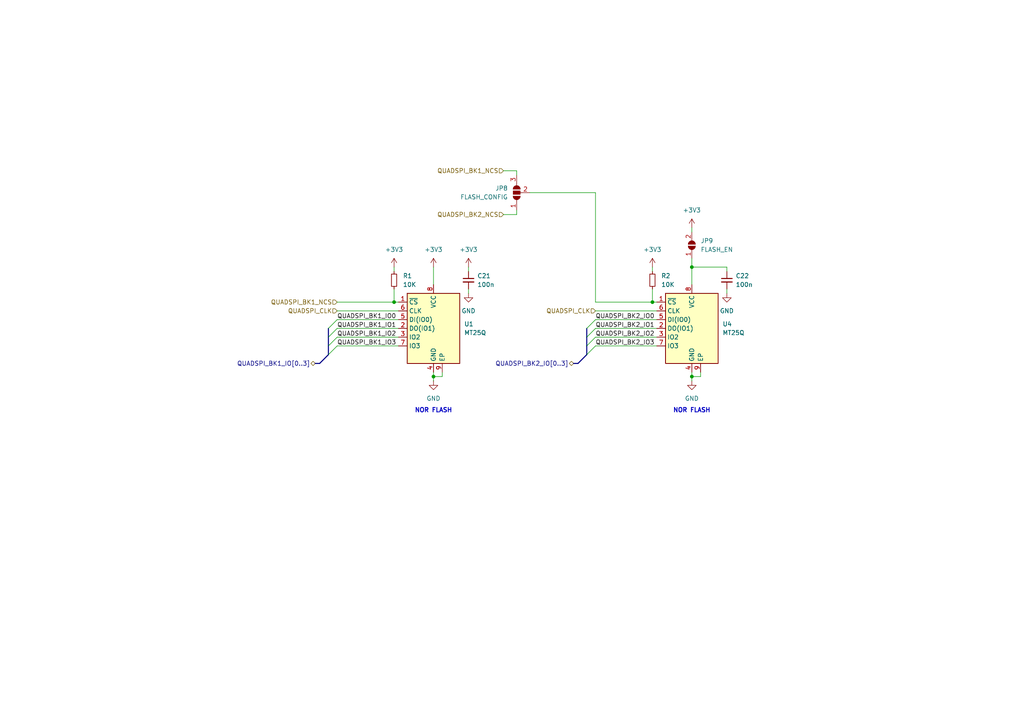
<source format=kicad_sch>
(kicad_sch (version 20231120) (generator "eeschema") (generator_version "8.0")
  (paper "A4")
  (lib_symbols
    (symbol "Device:C_Small" (pin_numbers hide) (pin_names (offset 0.254) hide)
      (property "Reference" "C" (at 0.254 1.778 0))
      (property "Value" "C_Small" (at 0.254 -2.032 0))
      (symbol "C_Small_0_1"
        (polyline (pts (xy -1.524 -0.508) (xy 1.524 -0.508)) (stroke (width 0.3302)))
        (polyline (pts (xy -1.524 0.508) (xy 1.524 0.508)) (stroke (width 0.3048)))
      )
      (symbol "C_Small_1_1"
        (pin passive line (at 0 2.54 270) (length 2.032) (name "~") (number "1"))
        (pin passive line (at 0 -2.54 90) (length 2.032) (name "~") (number "2"))
      )
    )
    (symbol "Device:R_Small" (pin_numbers hide) (pin_names (offset 0.254) hide)
      (property "Reference" "R" (at 0.762 0.508 0))
      (property "Value" "R_Small" (at 0.762 -1.016 0))
      (symbol "R_Small_0_1"
        (rectangle (start -0.762 1.778) (end 0.762 -1.778) (stroke (width 0.2032)))
      )
      (symbol "R_Small_1_1"
        (pin passive line (at 0 2.54 270) (length 0.762) (name "~") (number "1"))
        (pin passive line (at 0 -2.54 90) (length 0.762) (name "~") (number "2"))
      )
    )
    (symbol "GND_1" (power) (pin_numbers hide) (pin_names (offset 0) hide)
      (property "Value" "GND" (at 0 -3.81 0))
      (symbol "GND_1_0_1"
        (polyline (pts (xy 0 0) (xy 0 -1.27) (xy 1.27 -1.27) (xy 0 -2.54) (xy -1.27 -1.27) (xy 0 -1.27)))
      )
      (symbol "GND_1_1_1"
        (pin power_in line (at 0 0 270) (length 0) (name "~") (number "1"))
      )
    )
    (symbol "Jumper:SolderJumper_2_Open" (pin_names (offset 0) hide)
      (property "Reference" "JP" (at 0 2.032 0))
      (property "Value" "SolderJumper_2_Open" (at 0 -2.54 0))
      (symbol "SolderJumper_2_Open_0_1"
        (arc (start -0.254 1.016) (mid -1.2656 0) (end -0.254 -1.016))
        (arc (start -0.254 1.016) (mid -1.2656 0) (end -0.254 -1.016) (fill (type outline)))
        (polyline (pts (xy -0.254 1.016) (xy -0.254 -1.016)))
        (polyline (pts (xy 0.254 1.016) (xy 0.254 -1.016)))
        (arc (start 0.254 -1.016) (mid 1.2656 0) (end 0.254 1.016))
        (arc (start 0.254 -1.016) (mid 1.2656 0) (end 0.254 1.016) (fill (type outline)))
      )
      (symbol "SolderJumper_2_Open_1_1"
        (pin passive line (at -3.81 0 0) (length 2.54) (name "A") (number "1"))
        (pin passive line (at 3.81 0 180) (length 2.54) (name "B") (number "2"))
      )
    )
    (symbol "Jumper:SolderJumper_3_Open" (pin_names (offset 0) hide)
      (property "Reference" "JP" (at -2.54 -2.54 0))
      (property "Value" "SolderJumper_3_Open" (at 0 2.794 0))
      (symbol "SolderJumper_3_Open_0_1"
        (arc (start -1.016 1.016) (mid -2.0276 0) (end -1.016 -1.016))
        (arc (start -1.016 1.016) (mid -2.0276 0) (end -1.016 -1.016) (fill (type outline)))
        (rectangle (start -0.508 1.016) (end 0.508 -1.016) (fill (type outline)))
        (polyline (pts (xy -2.54 0) (xy -2.032 0)))
        (polyline (pts (xy -1.016 1.016) (xy -1.016 -1.016)))
        (polyline (pts (xy 0 -1.27) (xy 0 -1.016)))
        (polyline (pts (xy 1.016 1.016) (xy 1.016 -1.016)))
        (polyline (pts (xy 2.54 0) (xy 2.032 0)))
        (arc (start 1.016 -1.016) (mid 2.0276 0) (end 1.016 1.016))
        (arc (start 1.016 -1.016) (mid 2.0276 0) (end 1.016 1.016) (fill (type outline)))
      )
      (symbol "SolderJumper_3_Open_1_1"
        (pin passive line (at -5.08 0 0) (length 2.54) (name "A") (number "1"))
        (pin passive line (at 0 -3.81 90) (length 2.54) (name "C") (number "2"))
        (pin passive line (at 5.08 0 180) (length 2.54) (name "B") (number "3"))
      )
    )
    (symbol "Memory_Flash:W25Q32JVZP"
      (property "Reference" "U" (at -6.35 11.43 0))
      (property "Value" "W25Q32JVZP" (at 7.62 11.43 0))
      (symbol "W25Q32JVZP_0_1"
        (rectangle (start -7.62 10.16) (end 7.62 -10.16) (stroke (width 0.254)) (fill (type background)))
      )
      (symbol "W25Q32JVZP_1_1"
        (pin input line (at -10.16 7.62 0) (length 2.54) (name "~{CS}") (number "1"))
        (pin bidirectional line (at -10.16 0 0) (length 2.54) (name "DO(IO1)") (number "2"))
        (pin bidirectional line (at -10.16 -2.54 0) (length 2.54) (name "IO2") (number "3"))
        (pin power_in line (at 0 -12.7 90) (length 2.54) (name "GND") (number "4"))
        (pin bidirectional line (at -10.16 2.54 0) (length 2.54) (name "DI(IO0)") (number "5"))
        (pin input line (at -10.16 5.08 0) (length 2.54) (name "CLK") (number "6"))
        (pin bidirectional line (at -10.16 -5.08 0) (length 2.54) (name "IO3") (number "7"))
        (pin power_in line (at 0 12.7 270) (length 2.54) (name "VCC") (number "8"))
        (pin passive line (at 2.54 -12.7 90) (length 2.54) (name "EP") (number "9"))
      )
    )
    (symbol "power:+3V3" (power) (pin_names (offset 0))
      (property "Value" "+3V3" (at 0 3.556 0))
      (symbol "+3V3_0_1"
        (polyline (pts (xy -0.762 1.27) (xy 0 2.54)))
        (polyline (pts (xy 0 0) (xy 0 2.54)))
        (polyline (pts (xy 0 2.54) (xy 0.762 1.27)))
      )
      (symbol "+3V3_1_1"
        (pin power_in line (at 0 0 90) (length 0) hide (name "+3V3") (number "1"))
      )
    )
    (symbol "power:GND" (power) (pin_names (offset 0))
      (property "Value" "GND" (at 0 -3.81 0))
      (symbol "GND_0_1"
        (polyline (pts (xy 0 0) (xy 0 -1.27) (xy 1.27 -1.27) (xy 0 -2.54) (xy -1.27 -1.27) (xy 0 -1.27)))
      )
      (symbol "GND_1_1"
        (pin power_in line (at 0 0 270) (length 0) hide (name "GND") (number "1"))
      )
    )
  )
  (junction (at 114.3 87.63))
  (junction (at 189.23 87.63))
  (junction (at 200.66 77.47))
  (junction (at 125.73 109.22))
  (junction (at 200.66 109.22))
  (bus_entry (at 170.18 95.25) (size 2.54 -2.54))
  (bus_entry (at 95.25 97.79) (size 2.54 -2.54))
  (bus_entry (at 95.25 100.33) (size 2.54 -2.54))
  (bus_entry (at 170.18 100.33) (size 2.54 -2.54))
  (bus_entry (at 170.18 102.87) (size 2.54 -2.54))
  (bus_entry (at 95.25 102.87) (size 2.54 -2.54))
  (bus_entry (at 170.18 97.79) (size 2.54 -2.54))
  (bus_entry (at 95.25 95.25) (size 2.54 -2.54))
  (wire (pts (xy 172.72 95.25) (xy 190.5 95.25)))
  (wire (pts (xy 172.72 97.79) (xy 190.5 97.79)))
  (bus (pts (xy 166.37 105.41) (xy 167.64 105.41)))
  (wire (pts (xy 135.89 83.82) (xy 135.89 85.09)))
  (bus (pts (xy 95.25 95.25) (xy 95.25 97.79)))
  (wire (pts (xy 200.66 109.22) (xy 200.66 107.95)))
  (wire (pts (xy 189.23 87.63) (xy 190.5 87.63)))
  (wire (pts (xy 200.66 66.04) (xy 200.66 67.31)))
  (wire (pts (xy 172.72 90.17) (xy 190.5 90.17)))
  (wire (pts (xy 114.3 77.47) (xy 114.3 78.74)))
  (wire (pts (xy 146.05 62.23) (xy 149.86 62.23)))
  (wire (pts (xy 172.72 55.88) (xy 172.72 87.63)))
  (wire (pts (xy 97.79 90.17) (xy 115.57 90.17)))
  (bus (pts (xy 92.71 105.41) (xy 95.25 102.87)))
  (wire (pts (xy 97.79 97.79) (xy 115.57 97.79)))
  (wire (pts (xy 200.66 77.47) (xy 210.82 77.47)))
  (bus (pts (xy 170.18 97.79) (xy 170.18 100.33)))
  (wire (pts (xy 146.05 49.53) (xy 149.86 49.53)))
  (bus (pts (xy 95.25 100.33) (xy 95.25 102.87)))
  (wire (pts (xy 149.86 62.23) (xy 149.86 60.96)))
  (wire (pts (xy 97.79 95.25) (xy 115.57 95.25)))
  (wire (pts (xy 189.23 77.47) (xy 189.23 78.74)))
  (bus (pts (xy 167.64 105.41) (xy 170.18 102.87)))
  (wire (pts (xy 210.82 83.82) (xy 210.82 85.09)))
  (wire (pts (xy 149.86 49.53) (xy 149.86 50.8)))
  (wire (pts (xy 153.67 55.88) (xy 172.72 55.88)))
  (wire (pts (xy 210.82 77.47) (xy 210.82 78.74)))
  (wire (pts (xy 128.27 107.95) (xy 128.27 109.22)))
  (bus (pts (xy 95.25 97.79) (xy 95.25 100.33)))
  (wire (pts (xy 125.73 109.22) (xy 125.73 107.95)))
  (wire (pts (xy 200.66 110.49) (xy 200.66 109.22)))
  (wire (pts (xy 172.72 92.71) (xy 190.5 92.71)))
  (wire (pts (xy 125.73 77.47) (xy 125.73 82.55)))
  (wire (pts (xy 97.79 100.33) (xy 115.57 100.33)))
  (bus (pts (xy 170.18 100.33) (xy 170.18 102.87)))
  (wire (pts (xy 114.3 87.63) (xy 115.57 87.63)))
  (wire (pts (xy 97.79 92.71) (xy 115.57 92.71)))
  (wire (pts (xy 172.72 87.63) (xy 189.23 87.63)))
  (wire (pts (xy 125.73 110.49) (xy 125.73 109.22)))
  (wire (pts (xy 200.66 74.93) (xy 200.66 77.47)))
  (bus (pts (xy 170.18 95.25) (xy 170.18 97.79)))
  (bus (pts (xy 91.44 105.41) (xy 92.71 105.41)))
  (wire (pts (xy 97.79 87.63) (xy 114.3 87.63)))
  (wire (pts (xy 114.3 83.82) (xy 114.3 87.63)))
  (wire (pts (xy 135.89 77.47) (xy 135.89 78.74)))
  (wire (pts (xy 172.72 100.33) (xy 190.5 100.33)))
  (wire (pts (xy 200.66 77.47) (xy 200.66 82.55)))
  (wire (pts (xy 203.2 109.22) (xy 200.66 109.22)))
  (wire (pts (xy 189.23 83.82) (xy 189.23 87.63)))
  (wire (pts (xy 203.2 107.95) (xy 203.2 109.22)))
  (wire (pts (xy 128.27 109.22) (xy 125.73 109.22)))
  (text "NOR FLASH" (at 200.66 119.126 0) (effects (font (size 1.27 1.27) (thickness 0.254) (bold yes))))
  (text "NOR FLASH" (at 125.73 119.126 0) (effects (font (size 1.27 1.27) (thickness 0.254) (bold yes))))
  (label "QUADSPI_BK1_IO2" (at 97.79 97.79 0))
  (label "QUADSPI_BK2_IO2" (at 172.72 97.79 0))
  (label "QUADSPI_BK1_IO3" (at 97.79 100.33 0))
  (label "QUADSPI_BK2_IO1" (at 172.72 95.25 0))
  (label "QUADSPI_BK2_IO3" (at 172.72 100.33 0))
  (label "QUADSPI_BK2_IO0" (at 172.72 92.71 0))
  (label "QUADSPI_BK1_IO1" (at 97.79 95.25 0))
  (label "QUADSPI_BK1_IO0" (at 97.79 92.71 0))
  (hierarchical_label "QUADSPI_BK1_NCS" (shape input) (at 97.79 87.63 180))
  (hierarchical_label "QUADSPI_CLK" (shape input) (at 97.79 90.17 180))
  (hierarchical_label "QUADSPI_BK2_IO[0..3]" (shape bidirectional) (at 166.37 105.41 180))
  (hierarchical_label "QUADSPI_BK1_IO[0..3]" (shape bidirectional) (at 91.44 105.41 180))
  (hierarchical_label "QUADSPI_CLK" (shape input) (at 172.72 90.17 180))
  (hierarchical_label "QUADSPI_BK2_NCS" (shape input) (at 146.05 62.23 180))
  (hierarchical_label "QUADSPI_BK1_NCS" (shape input) (at 146.05 49.53 180))
  (symbol (lib_id "power:+3V3") (at 114.3 77.47 0) (unit 1)
    (property "Reference" "#PWR05" (effects (hide yes)))
    (property "Value" "+3V3" (at 114.3 72.39 0))
    (property "Description" "Power symbol creates a global label with name \"+3V3\"" (effects (hide yes)))
  )
  (symbol (lib_id "Device:C_Small") (at 210.82 81.28 0) (unit 1)
    (property "Reference" "C22" (at 213.36 80.0163 0) (effects (justify left)))
    (property "Value" "100n" (at 213.36 82.5563 0) (effects (justify left)))
    (property "Footprint" "Capacitor_SMD:C_0402_1005Metric" (effects (hide yes)))
    (property "JLCPCB Part #" "C307331" (effects (hide yes)))
  )
  (symbol (lib_name "GND_1") (lib_id "power:GND") (at 200.66 110.49 0) (unit 1)
    (property "Reference" "#PWR018" (effects (hide yes)))
    (property "Value" "GND" (at 200.66 115.57 0))
    (property "Description" "Power symbol creates a global label with name \"GND\" , ground" (effects (hide yes)))
  )
  (symbol (lib_id "power:+3V3") (at 135.89 77.47 0) (unit 1)
    (property "Reference" "#PWR08" (effects (hide yes)))
    (property "Value" "+3V3" (at 135.89 72.39 0))
    (property "Description" "Power symbol creates a global label with name \"+3V3\"" (effects (hide yes)))
  )
  (symbol (lib_id "Memory_Flash:W25Q32JVZP") (at 200.66 95.25 0) (unit 1)
    (property "Reference" "U4" (at 209.55 93.9799 0) (effects (justify left)))
    (property "Value" "MT25Q" (at 209.55 96.5199 0) (effects (justify left)))
    (property "Footprint" "Package_SON:WSON-8-1EP_8x6mm_P1.27mm_EP3.4x4.3mm" (effects (hide yes)))
    (property "Datasheet" "http://www.winbond.com/resource-files/w25q32jv%20revg%2003272018%20plus.pdf" (effects (hide yes)))
    (property "Description" "32Mb Serial Flash Memory, Standard/Dual/Quad SPI, DFN-8" (effects (hide yes)))
    (property "JLCPCB Part #" "C2061007" (effects (hide yes)))
  )
  (symbol (lib_id "Memory_Flash:W25Q32JVZP") (at 125.73 95.25 0) (unit 1)
    (property "Reference" "U1" (at 134.62 93.9799 0) (effects (justify left)))
    (property "Value" "MT25Q" (at 134.62 96.5199 0) (effects (justify left)))
    (property "Footprint" "Package_SON:WSON-8-1EP_8x6mm_P1.27mm_EP3.4x4.3mm" (effects (hide yes)))
    (property "Datasheet" "http://www.winbond.com/resource-files/w25q32jv%20revg%2003272018%20plus.pdf" (effects (hide yes)))
    (property "Description" "32Mb Serial Flash Memory, Standard/Dual/Quad SPI, DFN-8" (effects (hide yes)))
    (property "JLCPCB Part #" "C2061007" (effects (hide yes)))
  )
  (symbol (lib_id "power:GND") (at 135.89 85.09 0) (unit 1)
    (property "Reference" "#PWR09" (effects (hide yes)))
    (property "Value" "GND" (at 135.89 90.17 0))
  )
  (symbol (lib_id "power:+3V3") (at 125.73 77.47 0) (unit 1)
    (property "Reference" "#PWR06" (effects (hide yes)))
    (property "Value" "+3V3" (at 125.73 72.39 0))
    (property "Description" "Power symbol creates a global label with name \"+3V3\"" (effects (hide yes)))
  )
  (symbol (lib_id "power:+3V3") (at 200.66 66.04 0) (unit 1)
    (property "Reference" "#PWR017" (effects (hide yes)))
    (property "Value" "+3V3" (at 200.66 60.96 0))
    (property "Description" "Power symbol creates a global label with name \"+3V3\"" (effects (hide yes)))
  )
  (symbol (lib_id "power:GND") (at 210.82 85.09 0) (unit 1)
    (property "Reference" "#PWR033" (effects (hide yes)))
    (property "Value" "GND" (at 210.82 90.17 0))
  )
  (symbol (lib_id "power:+3V3") (at 189.23 77.47 0) (unit 1)
    (property "Reference" "#PWR016" (effects (hide yes)))
    (property "Value" "+3V3" (at 189.23 72.39 0))
    (property "Description" "Power symbol creates a global label with name \"+3V3\"" (effects (hide yes)))
  )
  (symbol (lib_name "GND_1") (lib_id "power:GND") (at 125.73 110.49 0) (unit 1)
    (property "Reference" "#PWR07" (effects (hide yes)))
    (property "Value" "GND" (at 125.73 115.57 0))
    (property "Description" "Power symbol creates a global label with name \"GND\" , ground" (effects (hide yes)))
  )
  (symbol (lib_id "Device:C_Small") (at 135.89 81.28 0) (unit 1)
    (property "Reference" "C21" (at 138.43 80.0163 0) (effects (justify left)))
    (property "Value" "100n" (at 138.43 82.5563 0) (effects (justify left)))
    (property "Footprint" "Capacitor_SMD:C_0402_1005Metric" (effects (hide yes)))
    (property "JLCPCB Part #" "C307331" (effects (hide yes)))
  )
  (symbol (lib_id "Jumper:SolderJumper_2_Open") (at 200.66 71.12 90) (unit 1)
    (property "Reference" "JP9" (at 203.2 69.8499 90) (effects (justify right)))
    (property "Value" "FLASH_EN" (at 203.2 72.3899 90) (effects (justify right)))
    (property "Footprint" "Jumper:SolderJumper-2_P1.3mm_Open_RoundedPad1.0x1.5mm" (effects (hide yes)))
    (property "Description" "Solder Jumper, 2-pole, open" (effects (hide yes)))
  )
  (symbol (lib_id "Device:R_Small") (at 114.3 81.28 0) (unit 1)
    (property "Reference" "R1" (at 116.84 80.0099 0) (effects (justify left)))
    (property "Value" "10K" (at 116.84 82.5499 0) (effects (justify left)))
    (property "Footprint" "Resistor_SMD:R_0402_1005Metric" (effects (hide yes)))
    (property "Description" "Resistor, small symbol" (effects (hide yes)))
    (property "JLCPCB Part #" "C25744" (effects (hide yes)))
  )
  (symbol (lib_id "Jumper:SolderJumper_3_Open") (at 149.86 55.88 90) (unit 1)
    (property "Reference" "JP8" (at 147.32 54.6099 90) (effects (justify left)))
    (property "Value" "FLASH_CONFIG" (at 147.32 57.1499 90) (effects (justify left)))
    (property "Footprint" "Jumper:SolderJumper-3_P1.3mm_Open_RoundedPad1.0x1.5mm_NumberLabels" (effects (hide yes)))
    (property "Description" "Solder Jumper, 3-pole, open" (effects (hide yes)))
  )
  (symbol (lib_id "Device:R_Small") (at 189.23 81.28 0) (unit 1)
    (property "Reference" "R2" (at 191.77 80.0099 0) (effects (justify left)))
    (property "Value" "10K" (at 191.77 82.5499 0) (effects (justify left)))
    (property "Footprint" "Resistor_SMD:R_0402_1005Metric" (effects (hide yes)))
    (property "Description" "Resistor, small symbol" (effects (hide yes)))
    (property "JLCPCB Part #" "C25744" (effects (hide yes)))
  )
)
</source>
